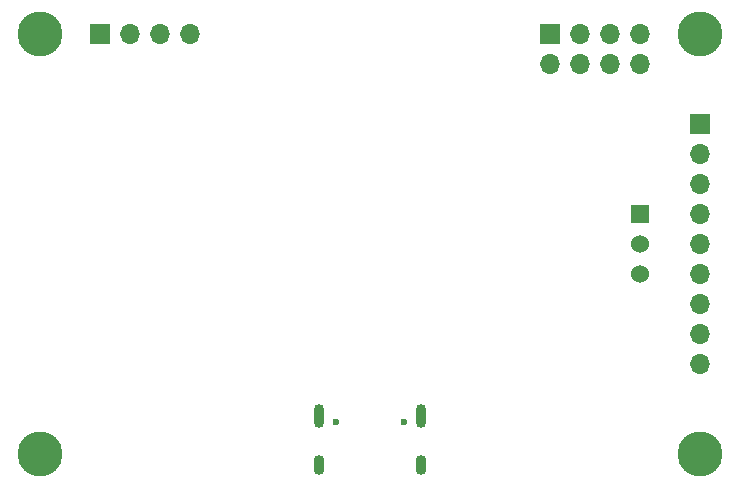
<source format=gbs>
%TF.GenerationSoftware,KiCad,Pcbnew,(6.0.7)*%
%TF.CreationDate,2023-03-20T21:53:08-04:00*%
%TF.ProjectId,CDR_Board,4344525f-426f-4617-9264-2e6b69636164,rev?*%
%TF.SameCoordinates,Original*%
%TF.FileFunction,Soldermask,Bot*%
%TF.FilePolarity,Negative*%
%FSLAX46Y46*%
G04 Gerber Fmt 4.6, Leading zero omitted, Abs format (unit mm)*
G04 Created by KiCad (PCBNEW (6.0.7)) date 2023-03-20 21:53:08*
%MOMM*%
%LPD*%
G01*
G04 APERTURE LIST*
%ADD10R,1.524000X1.524000*%
%ADD11C,1.524000*%
%ADD12R,1.700000X1.700000*%
%ADD13O,1.700000X1.700000*%
%ADD14C,3.800000*%
%ADD15C,0.600000*%
%ADD16O,0.900000X2.000000*%
%ADD17O,0.900000X1.700000*%
G04 APERTURE END LIST*
D10*
X175260000Y-93980000D03*
D11*
X175260000Y-96520000D03*
X175260000Y-99060000D03*
D12*
X129540000Y-78740000D03*
D13*
X132080000Y-78740000D03*
X134620000Y-78740000D03*
X137160000Y-78740000D03*
D12*
X180340000Y-86360000D03*
D13*
X180340000Y-88900000D03*
X180340000Y-91440000D03*
X180340000Y-93980000D03*
X180340000Y-96520000D03*
X180340000Y-99060000D03*
X180340000Y-101600000D03*
X180340000Y-104140000D03*
X180340000Y-106680000D03*
D12*
X167640000Y-78740000D03*
D13*
X167640000Y-81280000D03*
X170180000Y-78740000D03*
X170180000Y-81280000D03*
X172720000Y-78740000D03*
X172720000Y-81280000D03*
X175260000Y-78740000D03*
X175260000Y-81280000D03*
D14*
X124460000Y-78740000D03*
D15*
X155290000Y-111580000D03*
X149510000Y-111580000D03*
D16*
X148080000Y-111100000D03*
D17*
X148080000Y-115270000D03*
X156720000Y-115270000D03*
D16*
X156720000Y-111100000D03*
D14*
X180340000Y-78740000D03*
X180340000Y-114300000D03*
X124460000Y-114300000D03*
M02*

</source>
